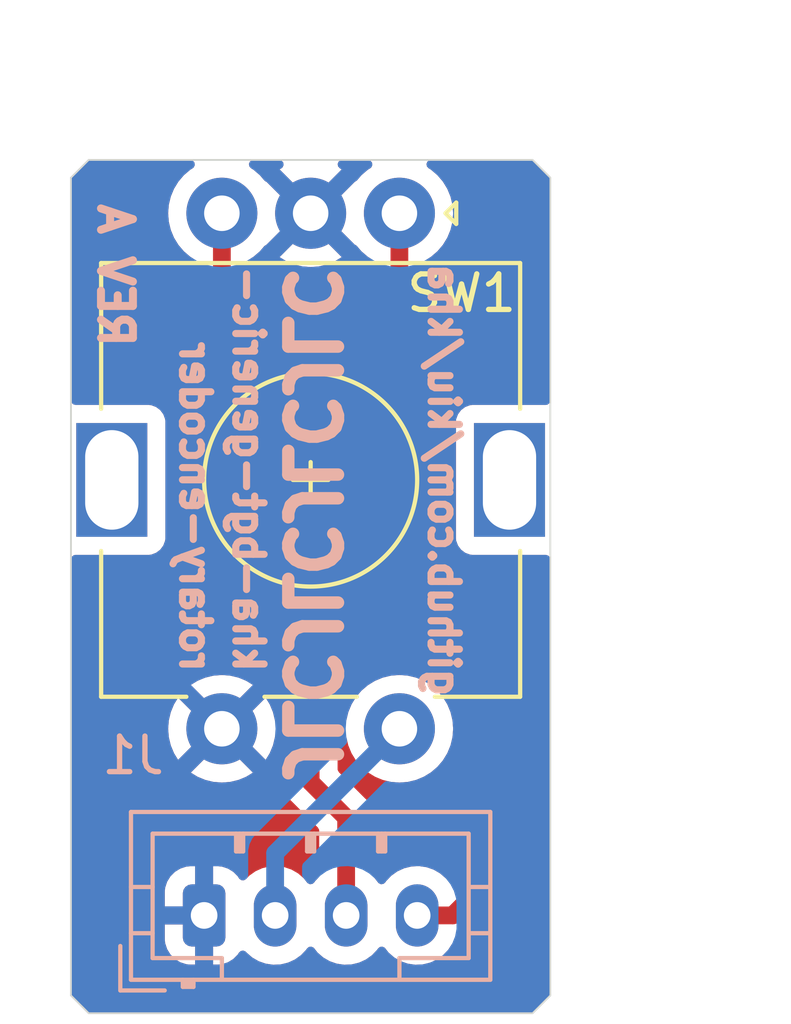
<source format=kicad_pcb>
(kicad_pcb (version 20221018) (generator pcbnew)
  (layers (0 "F.Cu" signal) (31 "B.Cu" signal) (34 "B.Paste" user) (35 "F.Paste" user) (36 "B.SilkS" user "B.Silkscreen") (37 "F.SilkS" user "F.Silkscreen") (38 "B.Mask" user) (39 "F.Mask" user) (44 "Edge.Cuts" user))
  (net 0 "")
  (net 1 "GND")
  (net 2 "Net-(J1-Pin_3)")
  (net 3 "Net-(J1-Pin_4)")
  (net 4 "Net-(J1-Pin_2)")
  (footprint "Rotary_Encoder:RotaryEncoder_Alps_EC11E-Switch_Vertical_H20mm" (layer "F.Cu") (at 79 40.25 -90)
    (fp_text reference "SW1" (at 2.25 -1.75 -180) (layer "F.SilkS"))
    (fp_text value "RotaryEncoder_Switch")
    (fp_line (start -0.3 -1.6) (end 0.3 -1.6) (stroke (width 0.12)) (layer "F.SilkS"))
    (fp_line (start 0 -1.3) (end -0.3 -1.6) (stroke (width 0.12)) (layer "F.SilkS"))
    (fp_line (start 0.3 -1.6) (end 0 -1.3) (stroke (width 0.12)) (layer "F.SilkS"))
    (fp_line (start 1.4 -3.4) (end 1.4 8.4) (stroke (width 0.12)) (layer "F.SilkS"))
    (fp_line (start 5.5 -3.4) (end 1.4 -3.4) (stroke (width 0.12)) (layer "F.SilkS"))
    (fp_line (start 5.5 8.4) (end 1.4 8.4) (stroke (width 0.12)) (layer "F.SilkS"))
    (fp_line (start 7 2.5) (end 8 2.5) (stroke (width 0.12)) (layer "F.SilkS"))
    (fp_line (start 7.5 2) (end 7.5 3) (stroke (width 0.12)) (layer "F.SilkS"))
    (fp_line (start 9.5 -3.4) (end 13.6 -3.4) (stroke (width 0.12)) (layer "F.SilkS"))
    (fp_line (start 13.6 -3.4) (end 13.6 -1) (stroke (width 0.12)) (layer "F.SilkS"))
    (fp_line (start 13.6 1.2) (end 13.6 3.8) (stroke (width 0.12)) (layer "F.SilkS"))
    (fp_line (start 13.6 6) (end 13.6 8.4) (stroke (width 0.12)) (layer "F.SilkS"))
    (fp_line (start 13.6 8.4) (end 9.5 8.4) (stroke (width 0.12)) (layer "F.SilkS"))
    (fp_circle (center 7.5 2.5) (end 10.5 2.5) (stroke (width 0.12)) (fill none) (layer "F.SilkS"))
    (pad "A" thru_hole circle (at 0 0 270) (size 2 2) (drill 1) (layers "*.Cu" "*.Mask") (net 3 "Net-(J1-Pin_4)"))
    (pad "B" thru_hole circle (at 0 5 270) (size 2 2) (drill 1) (layers "*.Cu" "*.Mask") (net 2 "Net-(J1-Pin_3)"))
    (pad "C" thru_hole circle (at 0 2.5 270) (size 2 2) (drill 1) (layers "*.Cu" "*.Mask") (net 1 "GND"))
    (pad "MP" thru_hole rect (at 7.5 -3.1 270) (size 3.2 2) (drill oval 2.8 1.5) (layers "*.Cu" "*.Mask"))
    (pad "MP" thru_hole rect (at 7.5 8.1 270) (size 3.2 2) (drill oval 2.8 1.5) (layers "*.Cu" "*.Mask"))
    (pad "S1" thru_hole circle (at 14.5 5 270) (size 2 2) (drill 1) (layers "*.Cu" "*.Mask") (net 1 "GND"))
    (pad "S2" thru_hole circle (at 14.5 0 270) (size 2 2) (drill 1) (layers "*.Cu" "*.Mask") (net 4 "Net-(J1-Pin_2)"))
  )
  (footprint "Connector_JST:JST_PH_B4B-PH-K_1x04_P2.00mm_Vertical" (layer "B.Cu") (at 73.5 60)
    (fp_text reference "J1" (at -2 -4.5 180) (layer "B.SilkS") (effects (justify mirror)))
    (fp_text value "Conn_01x04")
    (fp_line (start -2.36 2.11) (end -2.36 0.86) (stroke (width 0.12)) (layer "B.SilkS"))
    (fp_line (start -2.06 -2.91) (end 8.06 -2.91) (stroke (width 0.12)) (layer "B.SilkS"))
    (fp_line (start -2.06 -0.8) (end -1.45 -0.8) (stroke (width 0.12)) (layer "B.SilkS"))
    (fp_line (start -2.06 0.5) (end -1.45 0.5) (stroke (width 0.12)) (layer "B.SilkS"))
    (fp_line (start -2.06 1.81) (end -2.06 -2.91) (stroke (width 0.12)) (layer "B.SilkS"))
    (fp_line (start -1.45 -2.3) (end 7.45 -2.3) (stroke (width 0.12)) (layer "B.SilkS"))
    (fp_line (start -1.45 1.2) (end -1.45 -2.3) (stroke (width 0.12)) (layer "B.SilkS"))
    (fp_line (start -1.11 2.11) (end -2.36 2.11) (stroke (width 0.12)) (layer "B.SilkS"))
    (fp_line (start -0.6 2.01) (end -0.6 1.81) (stroke (width 0.12)) (layer "B.SilkS"))
    (fp_line (start -0.3 1.81) (end -0.3 2.01) (stroke (width 0.12)) (layer "B.SilkS"))
    (fp_line (start -0.3 1.91) (end -0.6 1.91) (stroke (width 0.12)) (layer "B.SilkS"))
    (fp_line (start -0.3 2.01) (end -0.6 2.01) (stroke (width 0.12)) (layer "B.SilkS"))
    (fp_line (start 0.5 1.2) (end -1.45 1.2) (stroke (width 0.12)) (layer "B.SilkS"))
    (fp_line (start 0.5 1.81) (end 0.5 1.2) (stroke (width 0.12)) (layer "B.SilkS"))
    (fp_line (start 0.9 -2.3) (end 0.9 -1.8) (stroke (width 0.12)) (layer "B.SilkS"))
    (fp_line (start 0.9 -1.8) (end 1.1 -1.8) (stroke (width 0.12)) (layer "B.SilkS"))
    (fp_line (start 1 -2.3) (end 1 -1.8) (stroke (width 0.12)) (layer "B.SilkS"))
    (fp_line (start 1.1 -1.8) (end 1.1 -2.3) (stroke (width 0.12)) (layer "B.SilkS"))
    (fp_line (start 2.9 -2.3) (end 2.9 -1.8) (stroke (width 0.12)) (layer "B.SilkS"))
    (fp_line (start 2.9 -1.8) (end 3.1 -1.8) (stroke (width 0.12)) (layer "B.SilkS"))
    (fp_line (start 3 -2.3) (end 3 -1.8) (stroke (width 0.12)) (layer "B.SilkS"))
    (fp_line (start 3.1 -1.8) (end 3.1 -2.3) (stroke (width 0.12)) (layer "B.SilkS"))
    (fp_line (start 4.9 -2.3) (end 4.9 -1.8) (stroke (width 0.12)) (layer "B.SilkS"))
    (fp_line (start 4.9 -1.8) (end 5.1 -1.8) (stroke (width 0.12)) (layer "B.SilkS"))
    (fp_line (start 5 -2.3) (end 5 -1.8) (stroke (width 0.12)) (layer "B.SilkS"))
    (fp_line (start 5.1 -1.8) (end 5.1 -2.3) (stroke (width 0.12)) (layer "B.SilkS"))
    (fp_line (start 5.5 1.2) (end 5.5 1.81) (stroke (width 0.12)) (layer "B.SilkS"))
    (fp_line (start 7.45 -2.3) (end 7.45 1.2) (stroke (width 0.12)) (layer "B.SilkS"))
    (fp_line (start 7.45 1.2) (end 5.5 1.2) (stroke (width 0.12)) (layer "B.SilkS"))
    (fp_line (start 8.06 -2.91) (end 8.06 1.81) (stroke (width 0.12)) (layer "B.SilkS"))
    (fp_line (start 8.06 -0.8) (end 7.45 -0.8) (stroke (width 0.12)) (layer "B.SilkS"))
    (fp_line (start 8.06 0.5) (end 7.45 0.5) (stroke (width 0.12)) (layer "B.SilkS"))
    (fp_line (start 8.06 1.81) (end -2.06 1.81) (stroke (width 0.12)) (layer "B.SilkS"))
    (pad "1" thru_hole roundrect (at 0 0) (size 1.2 1.75) (drill 0.75) (layers "*.Cu" "*.Mask") (roundrect_rratio 0.2083333333) (net 1 "GND"))
    (pad "2" thru_hole oval (at 2 0) (size 1.2 1.75) (drill 0.75) (layers "*.Cu" "*.Mask") (net 4 "Net-(J1-Pin_2)"))
    (pad "3" thru_hole oval (at 4 0) (size 1.2 1.75) (drill 0.75) (layers "*.Cu" "*.Mask") (net 2 "Net-(J1-Pin_3)"))
    (pad "4" thru_hole oval (at 6 0) (size 1.2 1.75) (drill 0.75) (layers "*.Cu" "*.Mask") (net 3 "Net-(J1-Pin_4)"))
  )
  (gr_line (start 69.75 62.25) (end 69.75 39.25) (stroke (width 0.05)) (layer "Edge.Cuts"))
  (gr_line (start 82.75 62.75) (end 83.25 62.25) (stroke (width 0.05)) (layer "Edge.Cuts"))
  (gr_line (start 69.75 62.25) (end 70.25 62.75) (stroke (width 0.05)) (layer "Edge.Cuts"))
  (gr_line (start 69.75 39.25) (end 70.25 38.75) (stroke (width 0.05)) (layer "Edge.Cuts"))
  (gr_line (start 82.75 62.75) (end 70.25 62.75) (stroke (width 0.05)) (layer "Edge.Cuts"))
  (gr_line (start 82.75 38.75) (end 83.25 39.25) (stroke (width 0.05)) (layer "Edge.Cuts"))
  (gr_line (start 82.75 38.75) (end 70.25 38.75) (stroke (width 0.05)) (layer "Edge.Cuts"))
  (gr_line (start 83.25 62.25) (end 83.25 39.25) (stroke (width 0.05)) (layer "Edge.Cuts"))
  (gr_text "github.com/kiu/kha" (at 80.25 47.75 -90) (layer "B.SilkS") (effects (font (size 0.8 0.8) (thickness 0.2) bold) (justify mirror)))
  (gr_text "rotary-encoder\n" (at 73.25 53.25 270) (layer "B.SilkS") (effects (font (size 0.8 0.8) (thickness 0.2) bold) (justify left mirror)))
  (gr_text "kha-bgt-generic-" (at 74.75 53.25 270) (layer "B.SilkS") (effects (font (size 0.8 0.8) (thickness 0.2) bold) (justify left mirror)))
  (gr_text "REV A" (at 71 42 -90) (layer "B.SilkS") (effects (font (size 0.9 0.9) (thickness 0.225) bold) (justify mirror)))
  (gr_text "JLCJLCJLCJLC" (at 76.5 49 -90) (layer "B.SilkS") (effects (font (size 1.4 1.4) (thickness 0.35) bold) (justify mirror)))
  (segment (start 76.5 56.25) (end 77.125 56.875) (width 0.5) (layer "F.Cu") (net 2))
  (segment (start 76.5 56.25) (end 76.5 45.5) (width 0.5) (layer "F.Cu") (net 2))
  (segment (start 77.125 56.875) (end 77.5 57.25) (width 0.5) (layer "F.Cu") (net 2))
  (segment (start 74 43) (end 74 40.25) (width 0.5) (layer "F.Cu") (net 2))
  (segment (start 76.5 45.5) (end 74 43) (width 0.5) (layer "F.Cu") (net 2))
  (segment (start 77.5 57.25) (end 77.5 60) (width 0.5) (layer "F.Cu") (net 2))
  (segment (start 82 53) (end 82 58.5) (width 0.5) (layer "F.Cu") (net 3))
  (segment (start 79 40.25) (end 79 50) (width 0.5) (layer "F.Cu") (net 3))
  (segment (start 82 58.5) (end 80.5 60) (width 0.5) (layer "F.Cu") (net 3))
  (segment (start 80.5 60) (end 79.5 60) (width 0.5) (layer "F.Cu") (net 3))
  (segment (start 79 50) (end 82 53) (width 0.5) (layer "F.Cu") (net 3))
  (segment (start 76.625 57.125) (end 76.5 57.25) (width 0.5) (layer "B.Cu") (net 4))
  (segment (start 75.5 58.25) (end 75.5 60) (width 0.5) (layer "B.Cu") (net 4))
  (segment (start 76.625 57.125) (end 79 54.75) (width 0.5) (layer "B.Cu") (net 4))
  (segment (start 76.5 57.25) (end 75.5 58.25) (width 0.5) (layer "B.Cu") (net 4))
  (zone (net 1) (net_name "GND") (layers "F&B.Cu") (connect_pads (clearance 0.508)) (min_thickness 0.254) (fill yes (thermal_gap 0.508) (thermal_bridge_width 0.508))
    (polygon (pts (xy 83.75 62.75) (xy 69.75 62.75) (xy 69.75 38.75) (xy 83.25 38.75)))
  )
)
</source>
